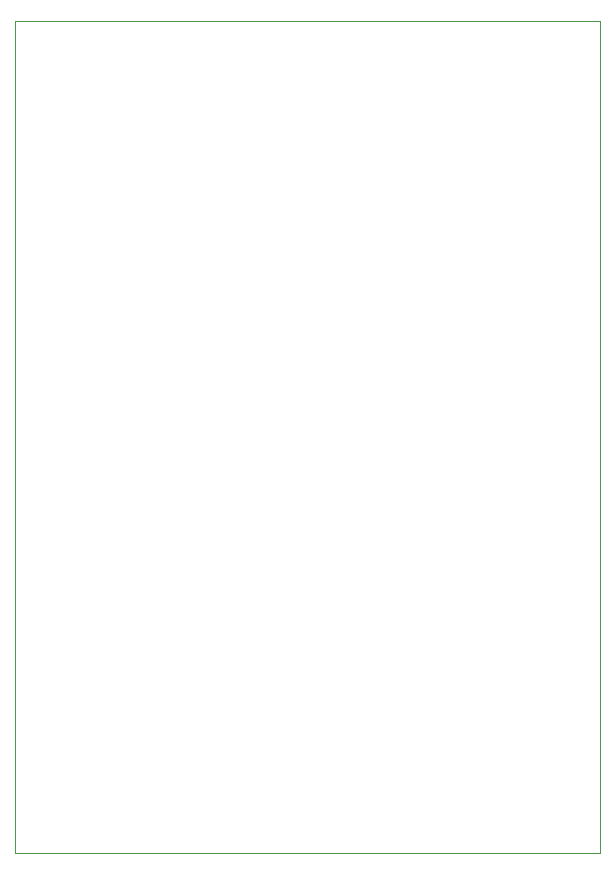
<source format=gbr>
G04 #@! TF.GenerationSoftware,KiCad,Pcbnew,(5.1.4-0-10_14)*
G04 #@! TF.CreationDate,2020-11-15T22:06:40-06:00*
G04 #@! TF.ProjectId,CEM3340_Daughter_Board,43454d33-3334-4305-9f44-617567687465,rev?*
G04 #@! TF.SameCoordinates,Original*
G04 #@! TF.FileFunction,Profile,NP*
%FSLAX46Y46*%
G04 Gerber Fmt 4.6, Leading zero omitted, Abs format (unit mm)*
G04 Created by KiCad (PCBNEW (5.1.4-0-10_14)) date 2020-11-15 22:06:40*
%MOMM*%
%LPD*%
G04 APERTURE LIST*
%ADD10C,0.050000*%
G04 APERTURE END LIST*
D10*
X136640000Y-40590000D02*
X186140000Y-40590000D01*
X136640000Y-40590000D02*
X136640000Y-111040000D01*
X136640000Y-111040000D02*
X186140000Y-111040000D01*
X186140000Y-40590000D02*
X186140000Y-111040000D01*
M02*

</source>
